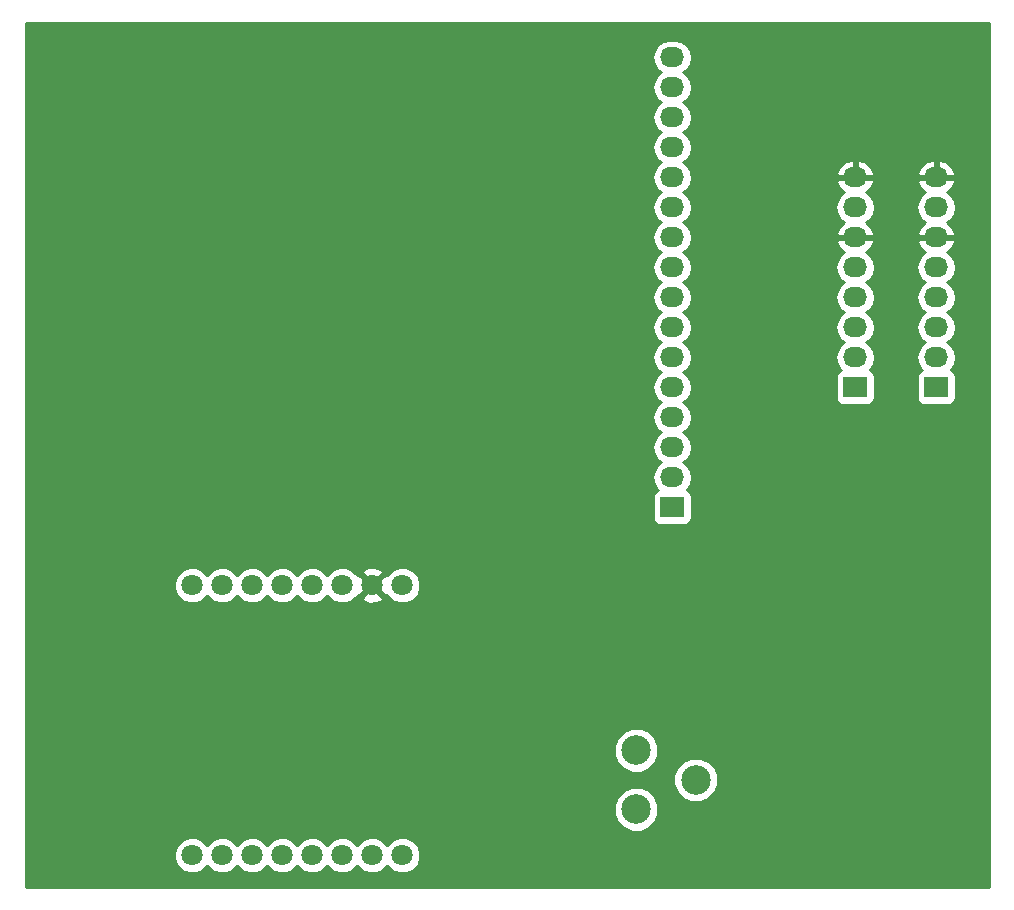
<source format=gbr>
G04 #@! TF.FileFunction,Copper,L2,Bot,Signal*
%FSLAX46Y46*%
G04 Gerber Fmt 4.6, Leading zero omitted, Abs format (unit mm)*
G04 Created by KiCad (PCBNEW 4.0.5-e0-6337~52~ubuntu16.10.1) date Thu Jan 26 22:16:01 2017*
%MOMM*%
%LPD*%
G01*
G04 APERTURE LIST*
%ADD10C,0.100000*%
%ADD11C,1.524000*%
%ADD12C,1.800000*%
%ADD13R,2.032000X1.727200*%
%ADD14O,2.032000X1.727200*%
%ADD15C,2.499360*%
%ADD16C,0.500000*%
%ADD17C,0.254000*%
G04 APERTURE END LIST*
D10*
D11*
X50800000Y-57658000D03*
X59944000Y-57658000D03*
X60452000Y-85598000D03*
X51308000Y-75946000D03*
X60452000Y-76200000D03*
X60706000Y-67564000D03*
D12*
X46990000Y-97028000D03*
X49530000Y-97028000D03*
X52070000Y-97028000D03*
X54610000Y-97028000D03*
X57150000Y-97028000D03*
X59690000Y-97028000D03*
X62230000Y-97028000D03*
X64770000Y-97028000D03*
X64770000Y-119888000D03*
X62230000Y-119888000D03*
X59690000Y-119888000D03*
X57150000Y-119888000D03*
X54610000Y-119888000D03*
X52070000Y-119888000D03*
X49530000Y-119888000D03*
X46990000Y-119888000D03*
D13*
X109982000Y-80264000D03*
D14*
X109982000Y-77724000D03*
X109982000Y-75184000D03*
X109982000Y-72644000D03*
X109982000Y-70104000D03*
X109982000Y-67564000D03*
X109982000Y-65024000D03*
X109982000Y-62484000D03*
D13*
X103124000Y-80264000D03*
D14*
X103124000Y-77724000D03*
X103124000Y-75184000D03*
X103124000Y-72644000D03*
X103124000Y-70104000D03*
X103124000Y-67564000D03*
X103124000Y-65024000D03*
X103124000Y-62484000D03*
D13*
X87630000Y-90424000D03*
D14*
X87630000Y-87884000D03*
X87630000Y-85344000D03*
X87630000Y-82804000D03*
X87630000Y-80264000D03*
X87630000Y-77724000D03*
X87630000Y-75184000D03*
X87630000Y-72644000D03*
X87630000Y-70104000D03*
X87630000Y-67564000D03*
X87630000Y-65024000D03*
X87630000Y-62484000D03*
X87630000Y-59944000D03*
X87630000Y-57404000D03*
X87630000Y-54864000D03*
X87630000Y-52324000D03*
D15*
X89621360Y-113497360D03*
X84582000Y-115996720D03*
X84582000Y-110998000D03*
D11*
X80772000Y-58674000D03*
X80772000Y-69596000D03*
X80772000Y-78740000D03*
X81026000Y-87884000D03*
X51308000Y-67056000D03*
X51308000Y-85344000D03*
X43180000Y-66802000D03*
X43180000Y-75946000D03*
X43180000Y-85344000D03*
D16*
X41402000Y-87884000D02*
X41402000Y-87122000D01*
X41402000Y-87122000D02*
X43180000Y-85344000D01*
D17*
G36*
X114427000Y-122555000D02*
X32893000Y-122555000D01*
X32893000Y-120191991D01*
X45454735Y-120191991D01*
X45687932Y-120756371D01*
X46119357Y-121188551D01*
X46683330Y-121422733D01*
X47293991Y-121423265D01*
X47858371Y-121190068D01*
X48260323Y-120788818D01*
X48659357Y-121188551D01*
X49223330Y-121422733D01*
X49833991Y-121423265D01*
X50398371Y-121190068D01*
X50800323Y-120788818D01*
X51199357Y-121188551D01*
X51763330Y-121422733D01*
X52373991Y-121423265D01*
X52938371Y-121190068D01*
X53340323Y-120788818D01*
X53739357Y-121188551D01*
X54303330Y-121422733D01*
X54913991Y-121423265D01*
X55478371Y-121190068D01*
X55880323Y-120788818D01*
X56279357Y-121188551D01*
X56843330Y-121422733D01*
X57453991Y-121423265D01*
X58018371Y-121190068D01*
X58420323Y-120788818D01*
X58819357Y-121188551D01*
X59383330Y-121422733D01*
X59993991Y-121423265D01*
X60558371Y-121190068D01*
X60960323Y-120788818D01*
X61359357Y-121188551D01*
X61923330Y-121422733D01*
X62533991Y-121423265D01*
X63098371Y-121190068D01*
X63500323Y-120788818D01*
X63899357Y-121188551D01*
X64463330Y-121422733D01*
X65073991Y-121423265D01*
X65638371Y-121190068D01*
X66070551Y-120758643D01*
X66304733Y-120194670D01*
X66305265Y-119584009D01*
X66072068Y-119019629D01*
X65640643Y-118587449D01*
X65076670Y-118353267D01*
X64466009Y-118352735D01*
X63901629Y-118585932D01*
X63499677Y-118987182D01*
X63100643Y-118587449D01*
X62536670Y-118353267D01*
X61926009Y-118352735D01*
X61361629Y-118585932D01*
X60959677Y-118987182D01*
X60560643Y-118587449D01*
X59996670Y-118353267D01*
X59386009Y-118352735D01*
X58821629Y-118585932D01*
X58419677Y-118987182D01*
X58020643Y-118587449D01*
X57456670Y-118353267D01*
X56846009Y-118352735D01*
X56281629Y-118585932D01*
X55879677Y-118987182D01*
X55480643Y-118587449D01*
X54916670Y-118353267D01*
X54306009Y-118352735D01*
X53741629Y-118585932D01*
X53339677Y-118987182D01*
X52940643Y-118587449D01*
X52376670Y-118353267D01*
X51766009Y-118352735D01*
X51201629Y-118585932D01*
X50799677Y-118987182D01*
X50400643Y-118587449D01*
X49836670Y-118353267D01*
X49226009Y-118352735D01*
X48661629Y-118585932D01*
X48259677Y-118987182D01*
X47860643Y-118587449D01*
X47296670Y-118353267D01*
X46686009Y-118352735D01*
X46121629Y-118585932D01*
X45689449Y-119017357D01*
X45455267Y-119581330D01*
X45454735Y-120191991D01*
X32893000Y-120191991D01*
X32893000Y-116369961D01*
X82696994Y-116369961D01*
X82983314Y-117062911D01*
X83513021Y-117593542D01*
X84205469Y-117881072D01*
X84955241Y-117881726D01*
X85648191Y-117595406D01*
X86178822Y-117065699D01*
X86466352Y-116373251D01*
X86467006Y-115623479D01*
X86180686Y-114930529D01*
X85650979Y-114399898D01*
X84958531Y-114112368D01*
X84208759Y-114111714D01*
X83515809Y-114398034D01*
X82985178Y-114927741D01*
X82697648Y-115620189D01*
X82696994Y-116369961D01*
X32893000Y-116369961D01*
X32893000Y-113870601D01*
X87736354Y-113870601D01*
X88022674Y-114563551D01*
X88552381Y-115094182D01*
X89244829Y-115381712D01*
X89994601Y-115382366D01*
X90687551Y-115096046D01*
X91218182Y-114566339D01*
X91505712Y-113873891D01*
X91506366Y-113124119D01*
X91220046Y-112431169D01*
X90690339Y-111900538D01*
X89997891Y-111613008D01*
X89248119Y-111612354D01*
X88555169Y-111898674D01*
X88024538Y-112428381D01*
X87737008Y-113120829D01*
X87736354Y-113870601D01*
X32893000Y-113870601D01*
X32893000Y-111371241D01*
X82696994Y-111371241D01*
X82983314Y-112064191D01*
X83513021Y-112594822D01*
X84205469Y-112882352D01*
X84955241Y-112883006D01*
X85648191Y-112596686D01*
X86178822Y-112066979D01*
X86466352Y-111374531D01*
X86467006Y-110624759D01*
X86180686Y-109931809D01*
X85650979Y-109401178D01*
X84958531Y-109113648D01*
X84208759Y-109112994D01*
X83515809Y-109399314D01*
X82985178Y-109929021D01*
X82697648Y-110621469D01*
X82696994Y-111371241D01*
X32893000Y-111371241D01*
X32893000Y-97331991D01*
X45454735Y-97331991D01*
X45687932Y-97896371D01*
X46119357Y-98328551D01*
X46683330Y-98562733D01*
X47293991Y-98563265D01*
X47858371Y-98330068D01*
X48260323Y-97928818D01*
X48659357Y-98328551D01*
X49223330Y-98562733D01*
X49833991Y-98563265D01*
X50398371Y-98330068D01*
X50800323Y-97928818D01*
X51199357Y-98328551D01*
X51763330Y-98562733D01*
X52373991Y-98563265D01*
X52938371Y-98330068D01*
X53340323Y-97928818D01*
X53739357Y-98328551D01*
X54303330Y-98562733D01*
X54913991Y-98563265D01*
X55478371Y-98330068D01*
X55880323Y-97928818D01*
X56279357Y-98328551D01*
X56843330Y-98562733D01*
X57453991Y-98563265D01*
X58018371Y-98330068D01*
X58420323Y-97928818D01*
X58819357Y-98328551D01*
X59383330Y-98562733D01*
X59993991Y-98563265D01*
X60558371Y-98330068D01*
X60780668Y-98108159D01*
X61329446Y-98108159D01*
X61415852Y-98364643D01*
X61989336Y-98574458D01*
X62599460Y-98548839D01*
X63044148Y-98364643D01*
X63130554Y-98108159D01*
X62230000Y-97207605D01*
X61329446Y-98108159D01*
X60780668Y-98108159D01*
X60990551Y-97898643D01*
X60999203Y-97877806D01*
X61149841Y-97928554D01*
X62050395Y-97028000D01*
X62409605Y-97028000D01*
X63310159Y-97928554D01*
X63460327Y-97877965D01*
X63467932Y-97896371D01*
X63899357Y-98328551D01*
X64463330Y-98562733D01*
X65073991Y-98563265D01*
X65638371Y-98330068D01*
X66070551Y-97898643D01*
X66304733Y-97334670D01*
X66305265Y-96724009D01*
X66072068Y-96159629D01*
X65640643Y-95727449D01*
X65076670Y-95493267D01*
X64466009Y-95492735D01*
X63901629Y-95725932D01*
X63469449Y-96157357D01*
X63460797Y-96178194D01*
X63310159Y-96127446D01*
X62409605Y-97028000D01*
X62050395Y-97028000D01*
X61149841Y-96127446D01*
X60999673Y-96178035D01*
X60992068Y-96159629D01*
X60780650Y-95947841D01*
X61329446Y-95947841D01*
X62230000Y-96848395D01*
X63130554Y-95947841D01*
X63044148Y-95691357D01*
X62470664Y-95481542D01*
X61860540Y-95507161D01*
X61415852Y-95691357D01*
X61329446Y-95947841D01*
X60780650Y-95947841D01*
X60560643Y-95727449D01*
X59996670Y-95493267D01*
X59386009Y-95492735D01*
X58821629Y-95725932D01*
X58419677Y-96127182D01*
X58020643Y-95727449D01*
X57456670Y-95493267D01*
X56846009Y-95492735D01*
X56281629Y-95725932D01*
X55879677Y-96127182D01*
X55480643Y-95727449D01*
X54916670Y-95493267D01*
X54306009Y-95492735D01*
X53741629Y-95725932D01*
X53339677Y-96127182D01*
X52940643Y-95727449D01*
X52376670Y-95493267D01*
X51766009Y-95492735D01*
X51201629Y-95725932D01*
X50799677Y-96127182D01*
X50400643Y-95727449D01*
X49836670Y-95493267D01*
X49226009Y-95492735D01*
X48661629Y-95725932D01*
X48259677Y-96127182D01*
X47860643Y-95727449D01*
X47296670Y-95493267D01*
X46686009Y-95492735D01*
X46121629Y-95725932D01*
X45689449Y-96157357D01*
X45455267Y-96721330D01*
X45454735Y-97331991D01*
X32893000Y-97331991D01*
X32893000Y-52324000D01*
X85946655Y-52324000D01*
X86060729Y-52897489D01*
X86385585Y-53383670D01*
X86700366Y-53594000D01*
X86385585Y-53804330D01*
X86060729Y-54290511D01*
X85946655Y-54864000D01*
X86060729Y-55437489D01*
X86385585Y-55923670D01*
X86700366Y-56134000D01*
X86385585Y-56344330D01*
X86060729Y-56830511D01*
X85946655Y-57404000D01*
X86060729Y-57977489D01*
X86385585Y-58463670D01*
X86700366Y-58674000D01*
X86385585Y-58884330D01*
X86060729Y-59370511D01*
X85946655Y-59944000D01*
X86060729Y-60517489D01*
X86385585Y-61003670D01*
X86700366Y-61214000D01*
X86385585Y-61424330D01*
X86060729Y-61910511D01*
X85946655Y-62484000D01*
X86060729Y-63057489D01*
X86385585Y-63543670D01*
X86700366Y-63754000D01*
X86385585Y-63964330D01*
X86060729Y-64450511D01*
X85946655Y-65024000D01*
X86060729Y-65597489D01*
X86385585Y-66083670D01*
X86700366Y-66294000D01*
X86385585Y-66504330D01*
X86060729Y-66990511D01*
X85946655Y-67564000D01*
X86060729Y-68137489D01*
X86385585Y-68623670D01*
X86700366Y-68834000D01*
X86385585Y-69044330D01*
X86060729Y-69530511D01*
X85946655Y-70104000D01*
X86060729Y-70677489D01*
X86385585Y-71163670D01*
X86700366Y-71374000D01*
X86385585Y-71584330D01*
X86060729Y-72070511D01*
X85946655Y-72644000D01*
X86060729Y-73217489D01*
X86385585Y-73703670D01*
X86700366Y-73914000D01*
X86385585Y-74124330D01*
X86060729Y-74610511D01*
X85946655Y-75184000D01*
X86060729Y-75757489D01*
X86385585Y-76243670D01*
X86700366Y-76454000D01*
X86385585Y-76664330D01*
X86060729Y-77150511D01*
X85946655Y-77724000D01*
X86060729Y-78297489D01*
X86385585Y-78783670D01*
X86700366Y-78994000D01*
X86385585Y-79204330D01*
X86060729Y-79690511D01*
X85946655Y-80264000D01*
X86060729Y-80837489D01*
X86385585Y-81323670D01*
X86700366Y-81534000D01*
X86385585Y-81744330D01*
X86060729Y-82230511D01*
X85946655Y-82804000D01*
X86060729Y-83377489D01*
X86385585Y-83863670D01*
X86700366Y-84074000D01*
X86385585Y-84284330D01*
X86060729Y-84770511D01*
X85946655Y-85344000D01*
X86060729Y-85917489D01*
X86385585Y-86403670D01*
X86700366Y-86614000D01*
X86385585Y-86824330D01*
X86060729Y-87310511D01*
X85946655Y-87884000D01*
X86060729Y-88457489D01*
X86385585Y-88943670D01*
X86399913Y-88953243D01*
X86378683Y-88957238D01*
X86162559Y-89096310D01*
X86017569Y-89308510D01*
X85966560Y-89560400D01*
X85966560Y-91287600D01*
X86010838Y-91522917D01*
X86149910Y-91739041D01*
X86362110Y-91884031D01*
X86614000Y-91935040D01*
X88646000Y-91935040D01*
X88881317Y-91890762D01*
X89097441Y-91751690D01*
X89242431Y-91539490D01*
X89293440Y-91287600D01*
X89293440Y-89560400D01*
X89249162Y-89325083D01*
X89110090Y-89108959D01*
X88897890Y-88963969D01*
X88856561Y-88955600D01*
X88874415Y-88943670D01*
X89199271Y-88457489D01*
X89313345Y-87884000D01*
X89199271Y-87310511D01*
X88874415Y-86824330D01*
X88559634Y-86614000D01*
X88874415Y-86403670D01*
X89199271Y-85917489D01*
X89313345Y-85344000D01*
X89199271Y-84770511D01*
X88874415Y-84284330D01*
X88559634Y-84074000D01*
X88874415Y-83863670D01*
X89199271Y-83377489D01*
X89313345Y-82804000D01*
X89199271Y-82230511D01*
X88874415Y-81744330D01*
X88559634Y-81534000D01*
X88874415Y-81323670D01*
X89199271Y-80837489D01*
X89313345Y-80264000D01*
X89199271Y-79690511D01*
X88874415Y-79204330D01*
X88559634Y-78994000D01*
X88874415Y-78783670D01*
X89199271Y-78297489D01*
X89313345Y-77724000D01*
X89199271Y-77150511D01*
X88874415Y-76664330D01*
X88559634Y-76454000D01*
X88874415Y-76243670D01*
X89199271Y-75757489D01*
X89313345Y-75184000D01*
X89199271Y-74610511D01*
X88874415Y-74124330D01*
X88559634Y-73914000D01*
X88874415Y-73703670D01*
X89199271Y-73217489D01*
X89313345Y-72644000D01*
X89199271Y-72070511D01*
X88874415Y-71584330D01*
X88559634Y-71374000D01*
X88874415Y-71163670D01*
X89199271Y-70677489D01*
X89313345Y-70104000D01*
X101440655Y-70104000D01*
X101554729Y-70677489D01*
X101879585Y-71163670D01*
X102194366Y-71374000D01*
X101879585Y-71584330D01*
X101554729Y-72070511D01*
X101440655Y-72644000D01*
X101554729Y-73217489D01*
X101879585Y-73703670D01*
X102194366Y-73914000D01*
X101879585Y-74124330D01*
X101554729Y-74610511D01*
X101440655Y-75184000D01*
X101554729Y-75757489D01*
X101879585Y-76243670D01*
X102194366Y-76454000D01*
X101879585Y-76664330D01*
X101554729Y-77150511D01*
X101440655Y-77724000D01*
X101554729Y-78297489D01*
X101879585Y-78783670D01*
X101893913Y-78793243D01*
X101872683Y-78797238D01*
X101656559Y-78936310D01*
X101511569Y-79148510D01*
X101460560Y-79400400D01*
X101460560Y-81127600D01*
X101504838Y-81362917D01*
X101643910Y-81579041D01*
X101856110Y-81724031D01*
X102108000Y-81775040D01*
X104140000Y-81775040D01*
X104375317Y-81730762D01*
X104591441Y-81591690D01*
X104736431Y-81379490D01*
X104787440Y-81127600D01*
X104787440Y-79400400D01*
X104743162Y-79165083D01*
X104604090Y-78948959D01*
X104391890Y-78803969D01*
X104350561Y-78795600D01*
X104368415Y-78783670D01*
X104693271Y-78297489D01*
X104807345Y-77724000D01*
X104693271Y-77150511D01*
X104368415Y-76664330D01*
X104053634Y-76454000D01*
X104368415Y-76243670D01*
X104693271Y-75757489D01*
X104807345Y-75184000D01*
X104693271Y-74610511D01*
X104368415Y-74124330D01*
X104053634Y-73914000D01*
X104368415Y-73703670D01*
X104693271Y-73217489D01*
X104807345Y-72644000D01*
X104693271Y-72070511D01*
X104368415Y-71584330D01*
X104053634Y-71374000D01*
X104368415Y-71163670D01*
X104693271Y-70677489D01*
X104807345Y-70104000D01*
X108298655Y-70104000D01*
X108412729Y-70677489D01*
X108737585Y-71163670D01*
X109052366Y-71374000D01*
X108737585Y-71584330D01*
X108412729Y-72070511D01*
X108298655Y-72644000D01*
X108412729Y-73217489D01*
X108737585Y-73703670D01*
X109052366Y-73914000D01*
X108737585Y-74124330D01*
X108412729Y-74610511D01*
X108298655Y-75184000D01*
X108412729Y-75757489D01*
X108737585Y-76243670D01*
X109052366Y-76454000D01*
X108737585Y-76664330D01*
X108412729Y-77150511D01*
X108298655Y-77724000D01*
X108412729Y-78297489D01*
X108737585Y-78783670D01*
X108751913Y-78793243D01*
X108730683Y-78797238D01*
X108514559Y-78936310D01*
X108369569Y-79148510D01*
X108318560Y-79400400D01*
X108318560Y-81127600D01*
X108362838Y-81362917D01*
X108501910Y-81579041D01*
X108714110Y-81724031D01*
X108966000Y-81775040D01*
X110998000Y-81775040D01*
X111233317Y-81730762D01*
X111449441Y-81591690D01*
X111594431Y-81379490D01*
X111645440Y-81127600D01*
X111645440Y-79400400D01*
X111601162Y-79165083D01*
X111462090Y-78948959D01*
X111249890Y-78803969D01*
X111208561Y-78795600D01*
X111226415Y-78783670D01*
X111551271Y-78297489D01*
X111665345Y-77724000D01*
X111551271Y-77150511D01*
X111226415Y-76664330D01*
X110911634Y-76454000D01*
X111226415Y-76243670D01*
X111551271Y-75757489D01*
X111665345Y-75184000D01*
X111551271Y-74610511D01*
X111226415Y-74124330D01*
X110911634Y-73914000D01*
X111226415Y-73703670D01*
X111551271Y-73217489D01*
X111665345Y-72644000D01*
X111551271Y-72070511D01*
X111226415Y-71584330D01*
X110911634Y-71374000D01*
X111226415Y-71163670D01*
X111551271Y-70677489D01*
X111665345Y-70104000D01*
X111551271Y-69530511D01*
X111226415Y-69044330D01*
X110916931Y-68837539D01*
X111332732Y-68466036D01*
X111586709Y-67938791D01*
X111589358Y-67923026D01*
X111468217Y-67691000D01*
X110109000Y-67691000D01*
X110109000Y-67711000D01*
X109855000Y-67711000D01*
X109855000Y-67691000D01*
X108495783Y-67691000D01*
X108374642Y-67923026D01*
X108377291Y-67938791D01*
X108631268Y-68466036D01*
X109047069Y-68837539D01*
X108737585Y-69044330D01*
X108412729Y-69530511D01*
X108298655Y-70104000D01*
X104807345Y-70104000D01*
X104693271Y-69530511D01*
X104368415Y-69044330D01*
X104058931Y-68837539D01*
X104474732Y-68466036D01*
X104728709Y-67938791D01*
X104731358Y-67923026D01*
X104610217Y-67691000D01*
X103251000Y-67691000D01*
X103251000Y-67711000D01*
X102997000Y-67711000D01*
X102997000Y-67691000D01*
X101637783Y-67691000D01*
X101516642Y-67923026D01*
X101519291Y-67938791D01*
X101773268Y-68466036D01*
X102189069Y-68837539D01*
X101879585Y-69044330D01*
X101554729Y-69530511D01*
X101440655Y-70104000D01*
X89313345Y-70104000D01*
X89199271Y-69530511D01*
X88874415Y-69044330D01*
X88559634Y-68834000D01*
X88874415Y-68623670D01*
X89199271Y-68137489D01*
X89313345Y-67564000D01*
X89199271Y-66990511D01*
X88874415Y-66504330D01*
X88559634Y-66294000D01*
X88874415Y-66083670D01*
X89199271Y-65597489D01*
X89313345Y-65024000D01*
X101440655Y-65024000D01*
X101554729Y-65597489D01*
X101879585Y-66083670D01*
X102189069Y-66290461D01*
X101773268Y-66661964D01*
X101519291Y-67189209D01*
X101516642Y-67204974D01*
X101637783Y-67437000D01*
X102997000Y-67437000D01*
X102997000Y-67417000D01*
X103251000Y-67417000D01*
X103251000Y-67437000D01*
X104610217Y-67437000D01*
X104731358Y-67204974D01*
X104728709Y-67189209D01*
X104474732Y-66661964D01*
X104058931Y-66290461D01*
X104368415Y-66083670D01*
X104693271Y-65597489D01*
X104807345Y-65024000D01*
X108298655Y-65024000D01*
X108412729Y-65597489D01*
X108737585Y-66083670D01*
X109047069Y-66290461D01*
X108631268Y-66661964D01*
X108377291Y-67189209D01*
X108374642Y-67204974D01*
X108495783Y-67437000D01*
X109855000Y-67437000D01*
X109855000Y-67417000D01*
X110109000Y-67417000D01*
X110109000Y-67437000D01*
X111468217Y-67437000D01*
X111589358Y-67204974D01*
X111586709Y-67189209D01*
X111332732Y-66661964D01*
X110916931Y-66290461D01*
X111226415Y-66083670D01*
X111551271Y-65597489D01*
X111665345Y-65024000D01*
X111551271Y-64450511D01*
X111226415Y-63964330D01*
X110916931Y-63757539D01*
X111332732Y-63386036D01*
X111586709Y-62858791D01*
X111589358Y-62843026D01*
X111468217Y-62611000D01*
X110109000Y-62611000D01*
X110109000Y-62631000D01*
X109855000Y-62631000D01*
X109855000Y-62611000D01*
X108495783Y-62611000D01*
X108374642Y-62843026D01*
X108377291Y-62858791D01*
X108631268Y-63386036D01*
X109047069Y-63757539D01*
X108737585Y-63964330D01*
X108412729Y-64450511D01*
X108298655Y-65024000D01*
X104807345Y-65024000D01*
X104693271Y-64450511D01*
X104368415Y-63964330D01*
X104058931Y-63757539D01*
X104474732Y-63386036D01*
X104728709Y-62858791D01*
X104731358Y-62843026D01*
X104610217Y-62611000D01*
X103251000Y-62611000D01*
X103251000Y-62631000D01*
X102997000Y-62631000D01*
X102997000Y-62611000D01*
X101637783Y-62611000D01*
X101516642Y-62843026D01*
X101519291Y-62858791D01*
X101773268Y-63386036D01*
X102189069Y-63757539D01*
X101879585Y-63964330D01*
X101554729Y-64450511D01*
X101440655Y-65024000D01*
X89313345Y-65024000D01*
X89199271Y-64450511D01*
X88874415Y-63964330D01*
X88559634Y-63754000D01*
X88874415Y-63543670D01*
X89199271Y-63057489D01*
X89313345Y-62484000D01*
X89241931Y-62124974D01*
X101516642Y-62124974D01*
X101637783Y-62357000D01*
X102997000Y-62357000D01*
X102997000Y-61143076D01*
X103251000Y-61143076D01*
X103251000Y-62357000D01*
X104610217Y-62357000D01*
X104731358Y-62124974D01*
X108374642Y-62124974D01*
X108495783Y-62357000D01*
X109855000Y-62357000D01*
X109855000Y-61143076D01*
X110109000Y-61143076D01*
X110109000Y-62357000D01*
X111468217Y-62357000D01*
X111589358Y-62124974D01*
X111586709Y-62109209D01*
X111332732Y-61581964D01*
X110896320Y-61192046D01*
X110343913Y-60998816D01*
X110109000Y-61143076D01*
X109855000Y-61143076D01*
X109620087Y-60998816D01*
X109067680Y-61192046D01*
X108631268Y-61581964D01*
X108377291Y-62109209D01*
X108374642Y-62124974D01*
X104731358Y-62124974D01*
X104728709Y-62109209D01*
X104474732Y-61581964D01*
X104038320Y-61192046D01*
X103485913Y-60998816D01*
X103251000Y-61143076D01*
X102997000Y-61143076D01*
X102762087Y-60998816D01*
X102209680Y-61192046D01*
X101773268Y-61581964D01*
X101519291Y-62109209D01*
X101516642Y-62124974D01*
X89241931Y-62124974D01*
X89199271Y-61910511D01*
X88874415Y-61424330D01*
X88559634Y-61214000D01*
X88874415Y-61003670D01*
X89199271Y-60517489D01*
X89313345Y-59944000D01*
X89199271Y-59370511D01*
X88874415Y-58884330D01*
X88559634Y-58674000D01*
X88874415Y-58463670D01*
X89199271Y-57977489D01*
X89313345Y-57404000D01*
X89199271Y-56830511D01*
X88874415Y-56344330D01*
X88559634Y-56134000D01*
X88874415Y-55923670D01*
X89199271Y-55437489D01*
X89313345Y-54864000D01*
X89199271Y-54290511D01*
X88874415Y-53804330D01*
X88559634Y-53594000D01*
X88874415Y-53383670D01*
X89199271Y-52897489D01*
X89313345Y-52324000D01*
X89199271Y-51750511D01*
X88874415Y-51264330D01*
X88388234Y-50939474D01*
X87814745Y-50825400D01*
X87445255Y-50825400D01*
X86871766Y-50939474D01*
X86385585Y-51264330D01*
X86060729Y-51750511D01*
X85946655Y-52324000D01*
X32893000Y-52324000D01*
X32893000Y-49403000D01*
X114427000Y-49403000D01*
X114427000Y-122555000D01*
X114427000Y-122555000D01*
G37*
X114427000Y-122555000D02*
X32893000Y-122555000D01*
X32893000Y-120191991D01*
X45454735Y-120191991D01*
X45687932Y-120756371D01*
X46119357Y-121188551D01*
X46683330Y-121422733D01*
X47293991Y-121423265D01*
X47858371Y-121190068D01*
X48260323Y-120788818D01*
X48659357Y-121188551D01*
X49223330Y-121422733D01*
X49833991Y-121423265D01*
X50398371Y-121190068D01*
X50800323Y-120788818D01*
X51199357Y-121188551D01*
X51763330Y-121422733D01*
X52373991Y-121423265D01*
X52938371Y-121190068D01*
X53340323Y-120788818D01*
X53739357Y-121188551D01*
X54303330Y-121422733D01*
X54913991Y-121423265D01*
X55478371Y-121190068D01*
X55880323Y-120788818D01*
X56279357Y-121188551D01*
X56843330Y-121422733D01*
X57453991Y-121423265D01*
X58018371Y-121190068D01*
X58420323Y-120788818D01*
X58819357Y-121188551D01*
X59383330Y-121422733D01*
X59993991Y-121423265D01*
X60558371Y-121190068D01*
X60960323Y-120788818D01*
X61359357Y-121188551D01*
X61923330Y-121422733D01*
X62533991Y-121423265D01*
X63098371Y-121190068D01*
X63500323Y-120788818D01*
X63899357Y-121188551D01*
X64463330Y-121422733D01*
X65073991Y-121423265D01*
X65638371Y-121190068D01*
X66070551Y-120758643D01*
X66304733Y-120194670D01*
X66305265Y-119584009D01*
X66072068Y-119019629D01*
X65640643Y-118587449D01*
X65076670Y-118353267D01*
X64466009Y-118352735D01*
X63901629Y-118585932D01*
X63499677Y-118987182D01*
X63100643Y-118587449D01*
X62536670Y-118353267D01*
X61926009Y-118352735D01*
X61361629Y-118585932D01*
X60959677Y-118987182D01*
X60560643Y-118587449D01*
X59996670Y-118353267D01*
X59386009Y-118352735D01*
X58821629Y-118585932D01*
X58419677Y-118987182D01*
X58020643Y-118587449D01*
X57456670Y-118353267D01*
X56846009Y-118352735D01*
X56281629Y-118585932D01*
X55879677Y-118987182D01*
X55480643Y-118587449D01*
X54916670Y-118353267D01*
X54306009Y-118352735D01*
X53741629Y-118585932D01*
X53339677Y-118987182D01*
X52940643Y-118587449D01*
X52376670Y-118353267D01*
X51766009Y-118352735D01*
X51201629Y-118585932D01*
X50799677Y-118987182D01*
X50400643Y-118587449D01*
X49836670Y-118353267D01*
X49226009Y-118352735D01*
X48661629Y-118585932D01*
X48259677Y-118987182D01*
X47860643Y-118587449D01*
X47296670Y-118353267D01*
X46686009Y-118352735D01*
X46121629Y-118585932D01*
X45689449Y-119017357D01*
X45455267Y-119581330D01*
X45454735Y-120191991D01*
X32893000Y-120191991D01*
X32893000Y-116369961D01*
X82696994Y-116369961D01*
X82983314Y-117062911D01*
X83513021Y-117593542D01*
X84205469Y-117881072D01*
X84955241Y-117881726D01*
X85648191Y-117595406D01*
X86178822Y-117065699D01*
X86466352Y-116373251D01*
X86467006Y-115623479D01*
X86180686Y-114930529D01*
X85650979Y-114399898D01*
X84958531Y-114112368D01*
X84208759Y-114111714D01*
X83515809Y-114398034D01*
X82985178Y-114927741D01*
X82697648Y-115620189D01*
X82696994Y-116369961D01*
X32893000Y-116369961D01*
X32893000Y-113870601D01*
X87736354Y-113870601D01*
X88022674Y-114563551D01*
X88552381Y-115094182D01*
X89244829Y-115381712D01*
X89994601Y-115382366D01*
X90687551Y-115096046D01*
X91218182Y-114566339D01*
X91505712Y-113873891D01*
X91506366Y-113124119D01*
X91220046Y-112431169D01*
X90690339Y-111900538D01*
X89997891Y-111613008D01*
X89248119Y-111612354D01*
X88555169Y-111898674D01*
X88024538Y-112428381D01*
X87737008Y-113120829D01*
X87736354Y-113870601D01*
X32893000Y-113870601D01*
X32893000Y-111371241D01*
X82696994Y-111371241D01*
X82983314Y-112064191D01*
X83513021Y-112594822D01*
X84205469Y-112882352D01*
X84955241Y-112883006D01*
X85648191Y-112596686D01*
X86178822Y-112066979D01*
X86466352Y-111374531D01*
X86467006Y-110624759D01*
X86180686Y-109931809D01*
X85650979Y-109401178D01*
X84958531Y-109113648D01*
X84208759Y-109112994D01*
X83515809Y-109399314D01*
X82985178Y-109929021D01*
X82697648Y-110621469D01*
X82696994Y-111371241D01*
X32893000Y-111371241D01*
X32893000Y-97331991D01*
X45454735Y-97331991D01*
X45687932Y-97896371D01*
X46119357Y-98328551D01*
X46683330Y-98562733D01*
X47293991Y-98563265D01*
X47858371Y-98330068D01*
X48260323Y-97928818D01*
X48659357Y-98328551D01*
X49223330Y-98562733D01*
X49833991Y-98563265D01*
X50398371Y-98330068D01*
X50800323Y-97928818D01*
X51199357Y-98328551D01*
X51763330Y-98562733D01*
X52373991Y-98563265D01*
X52938371Y-98330068D01*
X53340323Y-97928818D01*
X53739357Y-98328551D01*
X54303330Y-98562733D01*
X54913991Y-98563265D01*
X55478371Y-98330068D01*
X55880323Y-97928818D01*
X56279357Y-98328551D01*
X56843330Y-98562733D01*
X57453991Y-98563265D01*
X58018371Y-98330068D01*
X58420323Y-97928818D01*
X58819357Y-98328551D01*
X59383330Y-98562733D01*
X59993991Y-98563265D01*
X60558371Y-98330068D01*
X60780668Y-98108159D01*
X61329446Y-98108159D01*
X61415852Y-98364643D01*
X61989336Y-98574458D01*
X62599460Y-98548839D01*
X63044148Y-98364643D01*
X63130554Y-98108159D01*
X62230000Y-97207605D01*
X61329446Y-98108159D01*
X60780668Y-98108159D01*
X60990551Y-97898643D01*
X60999203Y-97877806D01*
X61149841Y-97928554D01*
X62050395Y-97028000D01*
X62409605Y-97028000D01*
X63310159Y-97928554D01*
X63460327Y-97877965D01*
X63467932Y-97896371D01*
X63899357Y-98328551D01*
X64463330Y-98562733D01*
X65073991Y-98563265D01*
X65638371Y-98330068D01*
X66070551Y-97898643D01*
X66304733Y-97334670D01*
X66305265Y-96724009D01*
X66072068Y-96159629D01*
X65640643Y-95727449D01*
X65076670Y-95493267D01*
X64466009Y-95492735D01*
X63901629Y-95725932D01*
X63469449Y-96157357D01*
X63460797Y-96178194D01*
X63310159Y-96127446D01*
X62409605Y-97028000D01*
X62050395Y-97028000D01*
X61149841Y-96127446D01*
X60999673Y-96178035D01*
X60992068Y-96159629D01*
X60780650Y-95947841D01*
X61329446Y-95947841D01*
X62230000Y-96848395D01*
X63130554Y-95947841D01*
X63044148Y-95691357D01*
X62470664Y-95481542D01*
X61860540Y-95507161D01*
X61415852Y-95691357D01*
X61329446Y-95947841D01*
X60780650Y-95947841D01*
X60560643Y-95727449D01*
X59996670Y-95493267D01*
X59386009Y-95492735D01*
X58821629Y-95725932D01*
X58419677Y-96127182D01*
X58020643Y-95727449D01*
X57456670Y-95493267D01*
X56846009Y-95492735D01*
X56281629Y-95725932D01*
X55879677Y-96127182D01*
X55480643Y-95727449D01*
X54916670Y-95493267D01*
X54306009Y-95492735D01*
X53741629Y-95725932D01*
X53339677Y-96127182D01*
X52940643Y-95727449D01*
X52376670Y-95493267D01*
X51766009Y-95492735D01*
X51201629Y-95725932D01*
X50799677Y-96127182D01*
X50400643Y-95727449D01*
X49836670Y-95493267D01*
X49226009Y-95492735D01*
X48661629Y-95725932D01*
X48259677Y-96127182D01*
X47860643Y-95727449D01*
X47296670Y-95493267D01*
X46686009Y-95492735D01*
X46121629Y-95725932D01*
X45689449Y-96157357D01*
X45455267Y-96721330D01*
X45454735Y-97331991D01*
X32893000Y-97331991D01*
X32893000Y-52324000D01*
X85946655Y-52324000D01*
X86060729Y-52897489D01*
X86385585Y-53383670D01*
X86700366Y-53594000D01*
X86385585Y-53804330D01*
X86060729Y-54290511D01*
X85946655Y-54864000D01*
X86060729Y-55437489D01*
X86385585Y-55923670D01*
X86700366Y-56134000D01*
X86385585Y-56344330D01*
X86060729Y-56830511D01*
X85946655Y-57404000D01*
X86060729Y-57977489D01*
X86385585Y-58463670D01*
X86700366Y-58674000D01*
X86385585Y-58884330D01*
X86060729Y-59370511D01*
X85946655Y-59944000D01*
X86060729Y-60517489D01*
X86385585Y-61003670D01*
X86700366Y-61214000D01*
X86385585Y-61424330D01*
X86060729Y-61910511D01*
X85946655Y-62484000D01*
X86060729Y-63057489D01*
X86385585Y-63543670D01*
X86700366Y-63754000D01*
X86385585Y-63964330D01*
X86060729Y-64450511D01*
X85946655Y-65024000D01*
X86060729Y-65597489D01*
X86385585Y-66083670D01*
X86700366Y-66294000D01*
X86385585Y-66504330D01*
X86060729Y-66990511D01*
X85946655Y-67564000D01*
X86060729Y-68137489D01*
X86385585Y-68623670D01*
X86700366Y-68834000D01*
X86385585Y-69044330D01*
X86060729Y-69530511D01*
X85946655Y-70104000D01*
X86060729Y-70677489D01*
X86385585Y-71163670D01*
X86700366Y-71374000D01*
X86385585Y-71584330D01*
X86060729Y-72070511D01*
X85946655Y-72644000D01*
X86060729Y-73217489D01*
X86385585Y-73703670D01*
X86700366Y-73914000D01*
X86385585Y-74124330D01*
X86060729Y-74610511D01*
X85946655Y-75184000D01*
X86060729Y-75757489D01*
X86385585Y-76243670D01*
X86700366Y-76454000D01*
X86385585Y-76664330D01*
X86060729Y-77150511D01*
X85946655Y-77724000D01*
X86060729Y-78297489D01*
X86385585Y-78783670D01*
X86700366Y-78994000D01*
X86385585Y-79204330D01*
X86060729Y-79690511D01*
X85946655Y-80264000D01*
X86060729Y-80837489D01*
X86385585Y-81323670D01*
X86700366Y-81534000D01*
X86385585Y-81744330D01*
X86060729Y-82230511D01*
X85946655Y-82804000D01*
X86060729Y-83377489D01*
X86385585Y-83863670D01*
X86700366Y-84074000D01*
X86385585Y-84284330D01*
X86060729Y-84770511D01*
X85946655Y-85344000D01*
X86060729Y-85917489D01*
X86385585Y-86403670D01*
X86700366Y-86614000D01*
X86385585Y-86824330D01*
X86060729Y-87310511D01*
X85946655Y-87884000D01*
X86060729Y-88457489D01*
X86385585Y-88943670D01*
X86399913Y-88953243D01*
X86378683Y-88957238D01*
X86162559Y-89096310D01*
X86017569Y-89308510D01*
X85966560Y-89560400D01*
X85966560Y-91287600D01*
X86010838Y-91522917D01*
X86149910Y-91739041D01*
X86362110Y-91884031D01*
X86614000Y-91935040D01*
X88646000Y-91935040D01*
X88881317Y-91890762D01*
X89097441Y-91751690D01*
X89242431Y-91539490D01*
X89293440Y-91287600D01*
X89293440Y-89560400D01*
X89249162Y-89325083D01*
X89110090Y-89108959D01*
X88897890Y-88963969D01*
X88856561Y-88955600D01*
X88874415Y-88943670D01*
X89199271Y-88457489D01*
X89313345Y-87884000D01*
X89199271Y-87310511D01*
X88874415Y-86824330D01*
X88559634Y-86614000D01*
X88874415Y-86403670D01*
X89199271Y-85917489D01*
X89313345Y-85344000D01*
X89199271Y-84770511D01*
X88874415Y-84284330D01*
X88559634Y-84074000D01*
X88874415Y-83863670D01*
X89199271Y-83377489D01*
X89313345Y-82804000D01*
X89199271Y-82230511D01*
X88874415Y-81744330D01*
X88559634Y-81534000D01*
X88874415Y-81323670D01*
X89199271Y-80837489D01*
X89313345Y-80264000D01*
X89199271Y-79690511D01*
X88874415Y-79204330D01*
X88559634Y-78994000D01*
X88874415Y-78783670D01*
X89199271Y-78297489D01*
X89313345Y-77724000D01*
X89199271Y-77150511D01*
X88874415Y-76664330D01*
X88559634Y-76454000D01*
X88874415Y-76243670D01*
X89199271Y-75757489D01*
X89313345Y-75184000D01*
X89199271Y-74610511D01*
X88874415Y-74124330D01*
X88559634Y-73914000D01*
X88874415Y-73703670D01*
X89199271Y-73217489D01*
X89313345Y-72644000D01*
X89199271Y-72070511D01*
X88874415Y-71584330D01*
X88559634Y-71374000D01*
X88874415Y-71163670D01*
X89199271Y-70677489D01*
X89313345Y-70104000D01*
X101440655Y-70104000D01*
X101554729Y-70677489D01*
X101879585Y-71163670D01*
X102194366Y-71374000D01*
X101879585Y-71584330D01*
X101554729Y-72070511D01*
X101440655Y-72644000D01*
X101554729Y-73217489D01*
X101879585Y-73703670D01*
X102194366Y-73914000D01*
X101879585Y-74124330D01*
X101554729Y-74610511D01*
X101440655Y-75184000D01*
X101554729Y-75757489D01*
X101879585Y-76243670D01*
X102194366Y-76454000D01*
X101879585Y-76664330D01*
X101554729Y-77150511D01*
X101440655Y-77724000D01*
X101554729Y-78297489D01*
X101879585Y-78783670D01*
X101893913Y-78793243D01*
X101872683Y-78797238D01*
X101656559Y-78936310D01*
X101511569Y-79148510D01*
X101460560Y-79400400D01*
X101460560Y-81127600D01*
X101504838Y-81362917D01*
X101643910Y-81579041D01*
X101856110Y-81724031D01*
X102108000Y-81775040D01*
X104140000Y-81775040D01*
X104375317Y-81730762D01*
X104591441Y-81591690D01*
X104736431Y-81379490D01*
X104787440Y-81127600D01*
X104787440Y-79400400D01*
X104743162Y-79165083D01*
X104604090Y-78948959D01*
X104391890Y-78803969D01*
X104350561Y-78795600D01*
X104368415Y-78783670D01*
X104693271Y-78297489D01*
X104807345Y-77724000D01*
X104693271Y-77150511D01*
X104368415Y-76664330D01*
X104053634Y-76454000D01*
X104368415Y-76243670D01*
X104693271Y-75757489D01*
X104807345Y-75184000D01*
X104693271Y-74610511D01*
X104368415Y-74124330D01*
X104053634Y-73914000D01*
X104368415Y-73703670D01*
X104693271Y-73217489D01*
X104807345Y-72644000D01*
X104693271Y-72070511D01*
X104368415Y-71584330D01*
X104053634Y-71374000D01*
X104368415Y-71163670D01*
X104693271Y-70677489D01*
X104807345Y-70104000D01*
X108298655Y-70104000D01*
X108412729Y-70677489D01*
X108737585Y-71163670D01*
X109052366Y-71374000D01*
X108737585Y-71584330D01*
X108412729Y-72070511D01*
X108298655Y-72644000D01*
X108412729Y-73217489D01*
X108737585Y-73703670D01*
X109052366Y-73914000D01*
X108737585Y-74124330D01*
X108412729Y-74610511D01*
X108298655Y-75184000D01*
X108412729Y-75757489D01*
X108737585Y-76243670D01*
X109052366Y-76454000D01*
X108737585Y-76664330D01*
X108412729Y-77150511D01*
X108298655Y-77724000D01*
X108412729Y-78297489D01*
X108737585Y-78783670D01*
X108751913Y-78793243D01*
X108730683Y-78797238D01*
X108514559Y-78936310D01*
X108369569Y-79148510D01*
X108318560Y-79400400D01*
X108318560Y-81127600D01*
X108362838Y-81362917D01*
X108501910Y-81579041D01*
X108714110Y-81724031D01*
X108966000Y-81775040D01*
X110998000Y-81775040D01*
X111233317Y-81730762D01*
X111449441Y-81591690D01*
X111594431Y-81379490D01*
X111645440Y-81127600D01*
X111645440Y-79400400D01*
X111601162Y-79165083D01*
X111462090Y-78948959D01*
X111249890Y-78803969D01*
X111208561Y-78795600D01*
X111226415Y-78783670D01*
X111551271Y-78297489D01*
X111665345Y-77724000D01*
X111551271Y-77150511D01*
X111226415Y-76664330D01*
X110911634Y-76454000D01*
X111226415Y-76243670D01*
X111551271Y-75757489D01*
X111665345Y-75184000D01*
X111551271Y-74610511D01*
X111226415Y-74124330D01*
X110911634Y-73914000D01*
X111226415Y-73703670D01*
X111551271Y-73217489D01*
X111665345Y-72644000D01*
X111551271Y-72070511D01*
X111226415Y-71584330D01*
X110911634Y-71374000D01*
X111226415Y-71163670D01*
X111551271Y-70677489D01*
X111665345Y-70104000D01*
X111551271Y-69530511D01*
X111226415Y-69044330D01*
X110916931Y-68837539D01*
X111332732Y-68466036D01*
X111586709Y-67938791D01*
X111589358Y-67923026D01*
X111468217Y-67691000D01*
X110109000Y-67691000D01*
X110109000Y-67711000D01*
X109855000Y-67711000D01*
X109855000Y-67691000D01*
X108495783Y-67691000D01*
X108374642Y-67923026D01*
X108377291Y-67938791D01*
X108631268Y-68466036D01*
X109047069Y-68837539D01*
X108737585Y-69044330D01*
X108412729Y-69530511D01*
X108298655Y-70104000D01*
X104807345Y-70104000D01*
X104693271Y-69530511D01*
X104368415Y-69044330D01*
X104058931Y-68837539D01*
X104474732Y-68466036D01*
X104728709Y-67938791D01*
X104731358Y-67923026D01*
X104610217Y-67691000D01*
X103251000Y-67691000D01*
X103251000Y-67711000D01*
X102997000Y-67711000D01*
X102997000Y-67691000D01*
X101637783Y-67691000D01*
X101516642Y-67923026D01*
X101519291Y-67938791D01*
X101773268Y-68466036D01*
X102189069Y-68837539D01*
X101879585Y-69044330D01*
X101554729Y-69530511D01*
X101440655Y-70104000D01*
X89313345Y-70104000D01*
X89199271Y-69530511D01*
X88874415Y-69044330D01*
X88559634Y-68834000D01*
X88874415Y-68623670D01*
X89199271Y-68137489D01*
X89313345Y-67564000D01*
X89199271Y-66990511D01*
X88874415Y-66504330D01*
X88559634Y-66294000D01*
X88874415Y-66083670D01*
X89199271Y-65597489D01*
X89313345Y-65024000D01*
X101440655Y-65024000D01*
X101554729Y-65597489D01*
X101879585Y-66083670D01*
X102189069Y-66290461D01*
X101773268Y-66661964D01*
X101519291Y-67189209D01*
X101516642Y-67204974D01*
X101637783Y-67437000D01*
X102997000Y-67437000D01*
X102997000Y-67417000D01*
X103251000Y-67417000D01*
X103251000Y-67437000D01*
X104610217Y-67437000D01*
X104731358Y-67204974D01*
X104728709Y-67189209D01*
X104474732Y-66661964D01*
X104058931Y-66290461D01*
X104368415Y-66083670D01*
X104693271Y-65597489D01*
X104807345Y-65024000D01*
X108298655Y-65024000D01*
X108412729Y-65597489D01*
X108737585Y-66083670D01*
X109047069Y-66290461D01*
X108631268Y-66661964D01*
X108377291Y-67189209D01*
X108374642Y-67204974D01*
X108495783Y-67437000D01*
X109855000Y-67437000D01*
X109855000Y-67417000D01*
X110109000Y-67417000D01*
X110109000Y-67437000D01*
X111468217Y-67437000D01*
X111589358Y-67204974D01*
X111586709Y-67189209D01*
X111332732Y-66661964D01*
X110916931Y-66290461D01*
X111226415Y-66083670D01*
X111551271Y-65597489D01*
X111665345Y-65024000D01*
X111551271Y-64450511D01*
X111226415Y-63964330D01*
X110916931Y-63757539D01*
X111332732Y-63386036D01*
X111586709Y-62858791D01*
X111589358Y-62843026D01*
X111468217Y-62611000D01*
X110109000Y-62611000D01*
X110109000Y-62631000D01*
X109855000Y-62631000D01*
X109855000Y-62611000D01*
X108495783Y-62611000D01*
X108374642Y-62843026D01*
X108377291Y-62858791D01*
X108631268Y-63386036D01*
X109047069Y-63757539D01*
X108737585Y-63964330D01*
X108412729Y-64450511D01*
X108298655Y-65024000D01*
X104807345Y-65024000D01*
X104693271Y-64450511D01*
X104368415Y-63964330D01*
X104058931Y-63757539D01*
X104474732Y-63386036D01*
X104728709Y-62858791D01*
X104731358Y-62843026D01*
X104610217Y-62611000D01*
X103251000Y-62611000D01*
X103251000Y-62631000D01*
X102997000Y-62631000D01*
X102997000Y-62611000D01*
X101637783Y-62611000D01*
X101516642Y-62843026D01*
X101519291Y-62858791D01*
X101773268Y-63386036D01*
X102189069Y-63757539D01*
X101879585Y-63964330D01*
X101554729Y-64450511D01*
X101440655Y-65024000D01*
X89313345Y-65024000D01*
X89199271Y-64450511D01*
X88874415Y-63964330D01*
X88559634Y-63754000D01*
X88874415Y-63543670D01*
X89199271Y-63057489D01*
X89313345Y-62484000D01*
X89241931Y-62124974D01*
X101516642Y-62124974D01*
X101637783Y-62357000D01*
X102997000Y-62357000D01*
X102997000Y-61143076D01*
X103251000Y-61143076D01*
X103251000Y-62357000D01*
X104610217Y-62357000D01*
X104731358Y-62124974D01*
X108374642Y-62124974D01*
X108495783Y-62357000D01*
X109855000Y-62357000D01*
X109855000Y-61143076D01*
X110109000Y-61143076D01*
X110109000Y-62357000D01*
X111468217Y-62357000D01*
X111589358Y-62124974D01*
X111586709Y-62109209D01*
X111332732Y-61581964D01*
X110896320Y-61192046D01*
X110343913Y-60998816D01*
X110109000Y-61143076D01*
X109855000Y-61143076D01*
X109620087Y-60998816D01*
X109067680Y-61192046D01*
X108631268Y-61581964D01*
X108377291Y-62109209D01*
X108374642Y-62124974D01*
X104731358Y-62124974D01*
X104728709Y-62109209D01*
X104474732Y-61581964D01*
X104038320Y-61192046D01*
X103485913Y-60998816D01*
X103251000Y-61143076D01*
X102997000Y-61143076D01*
X102762087Y-60998816D01*
X102209680Y-61192046D01*
X101773268Y-61581964D01*
X101519291Y-62109209D01*
X101516642Y-62124974D01*
X89241931Y-62124974D01*
X89199271Y-61910511D01*
X88874415Y-61424330D01*
X88559634Y-61214000D01*
X88874415Y-61003670D01*
X89199271Y-60517489D01*
X89313345Y-59944000D01*
X89199271Y-59370511D01*
X88874415Y-58884330D01*
X88559634Y-58674000D01*
X88874415Y-58463670D01*
X89199271Y-57977489D01*
X89313345Y-57404000D01*
X89199271Y-56830511D01*
X88874415Y-56344330D01*
X88559634Y-56134000D01*
X88874415Y-55923670D01*
X89199271Y-55437489D01*
X89313345Y-54864000D01*
X89199271Y-54290511D01*
X88874415Y-53804330D01*
X88559634Y-53594000D01*
X88874415Y-53383670D01*
X89199271Y-52897489D01*
X89313345Y-52324000D01*
X89199271Y-51750511D01*
X88874415Y-51264330D01*
X88388234Y-50939474D01*
X87814745Y-50825400D01*
X87445255Y-50825400D01*
X86871766Y-50939474D01*
X86385585Y-51264330D01*
X86060729Y-51750511D01*
X85946655Y-52324000D01*
X32893000Y-52324000D01*
X32893000Y-49403000D01*
X114427000Y-49403000D01*
X114427000Y-122555000D01*
M02*

</source>
